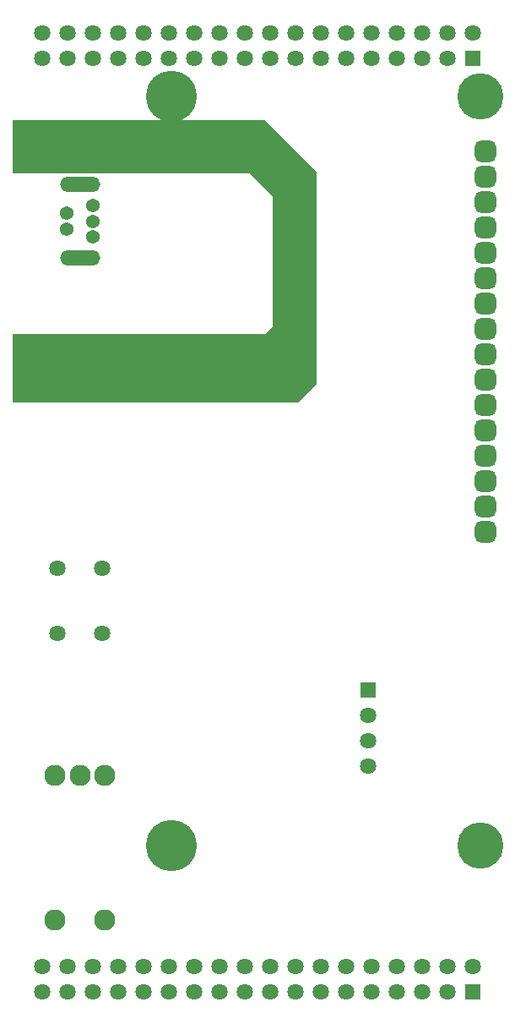
<source format=gts>
G04*
G04 #@! TF.GenerationSoftware,Altium Limited,Altium Designer,22.4.2 (48)*
G04*
G04 Layer_Color=8388736*
%FSLAX25Y25*%
%MOIN*%
G70*
G04*
G04 #@! TF.SameCoordinates,5D1A3173-D847-458D-9732-A4640AA2F51D*
G04*
G04*
G04 #@! TF.FilePolarity,Negative*
G04*
G01*
G75*
%ADD12C,0.08374*%
%ADD13C,0.18217*%
G04:AMPARAMS|DCode=14|XSize=83.74mil|YSize=83.74mil|CornerRadius=22.19mil|HoleSize=0mil|Usage=FLASHONLY|Rotation=270.000|XOffset=0mil|YOffset=0mil|HoleType=Round|Shape=RoundedRectangle|*
%AMROUNDEDRECTD14*
21,1,0.08374,0.03937,0,0,270.0*
21,1,0.03937,0.08374,0,0,270.0*
1,1,0.04437,-0.01968,-0.01968*
1,1,0.04437,-0.01968,0.01968*
1,1,0.04437,0.01968,0.01968*
1,1,0.04437,0.01968,-0.01968*
%
%ADD14ROUNDEDRECTD14*%
%ADD15C,0.20185*%
%ADD16C,0.06406*%
%ADD17R,0.06406X0.06406*%
%ADD18C,0.05421*%
%ADD19O,0.15854X0.06012*%
%ADD20R,0.06406X0.06406*%
G36*
X121748Y-62748D02*
Y-146248D01*
X114248Y-153748D01*
X1529Y-153748D01*
Y-126748D01*
X101248D01*
X104248Y-123748D01*
Y-72248D01*
X95248Y-63248D01*
X1529D01*
Y-42248D01*
X101248D01*
X121748Y-62748D01*
D02*
G37*
D12*
X28201Y-300646D02*
D03*
X38043D02*
D03*
X18358D02*
D03*
X38043Y-357732D02*
D03*
X18358D02*
D03*
D13*
X186279Y-33094D02*
D03*
Y-328370D02*
D03*
D14*
X188248Y-174748D02*
D03*
Y-184748D02*
D03*
Y-194748D02*
D03*
Y-204748D02*
D03*
Y-54748D02*
D03*
Y-64748D02*
D03*
Y-74748D02*
D03*
Y-84748D02*
D03*
Y-94748D02*
D03*
Y-104748D02*
D03*
Y-114748D02*
D03*
Y-124748D02*
D03*
Y-134748D02*
D03*
Y-144748D02*
D03*
Y-154748D02*
D03*
Y-164748D02*
D03*
D15*
X64232Y-328370D02*
D03*
Y-33094D02*
D03*
D16*
X19342Y-244543D02*
D03*
Y-218953D02*
D03*
X37059Y-244543D02*
D03*
Y-218953D02*
D03*
X142000Y-277000D02*
D03*
Y-287000D02*
D03*
Y-297000D02*
D03*
X13425Y-7874D02*
D03*
Y-17874D02*
D03*
X23425Y-7874D02*
D03*
Y-17874D02*
D03*
X33425Y-7874D02*
D03*
Y-17874D02*
D03*
X43425Y-7874D02*
D03*
Y-17874D02*
D03*
X53425Y-7874D02*
D03*
Y-17874D02*
D03*
X63425Y-7874D02*
D03*
Y-17874D02*
D03*
X73425Y-7874D02*
D03*
Y-17874D02*
D03*
X83425Y-7874D02*
D03*
Y-17874D02*
D03*
X93425Y-7874D02*
D03*
Y-17874D02*
D03*
X103425Y-7874D02*
D03*
Y-17874D02*
D03*
X113425Y-7874D02*
D03*
Y-17874D02*
D03*
X123425Y-7874D02*
D03*
Y-17874D02*
D03*
X133425Y-7874D02*
D03*
Y-17874D02*
D03*
X143425Y-7874D02*
D03*
Y-17874D02*
D03*
X153425Y-7874D02*
D03*
Y-17874D02*
D03*
X163425Y-7874D02*
D03*
Y-17874D02*
D03*
X173425Y-7874D02*
D03*
Y-17874D02*
D03*
X183425Y-7874D02*
D03*
X13425Y-375827D02*
D03*
Y-385827D02*
D03*
X23425Y-375827D02*
D03*
Y-385827D02*
D03*
X33425Y-375827D02*
D03*
Y-385827D02*
D03*
X43425Y-375827D02*
D03*
Y-385827D02*
D03*
X53425Y-375827D02*
D03*
Y-385827D02*
D03*
X63425Y-375827D02*
D03*
Y-385827D02*
D03*
X73425Y-375827D02*
D03*
Y-385827D02*
D03*
X83425Y-375827D02*
D03*
Y-385827D02*
D03*
X93425Y-375827D02*
D03*
Y-385827D02*
D03*
X103425Y-375827D02*
D03*
Y-385827D02*
D03*
X113425Y-375827D02*
D03*
Y-385827D02*
D03*
X123425Y-375827D02*
D03*
Y-385827D02*
D03*
X133425Y-375827D02*
D03*
Y-385827D02*
D03*
X143425Y-375827D02*
D03*
Y-385827D02*
D03*
X153425Y-375827D02*
D03*
Y-385827D02*
D03*
X163425Y-375827D02*
D03*
Y-385827D02*
D03*
X173425Y-375827D02*
D03*
Y-385827D02*
D03*
X183425Y-375827D02*
D03*
D17*
X142000Y-267000D02*
D03*
D18*
X33319Y-75842D02*
D03*
Y-82142D02*
D03*
X23083Y-85291D02*
D03*
Y-78992D02*
D03*
X33319Y-88441D02*
D03*
D19*
X28201Y-96512D02*
D03*
Y-67772D02*
D03*
D20*
X183425Y-17874D02*
D03*
Y-385827D02*
D03*
M02*

</source>
